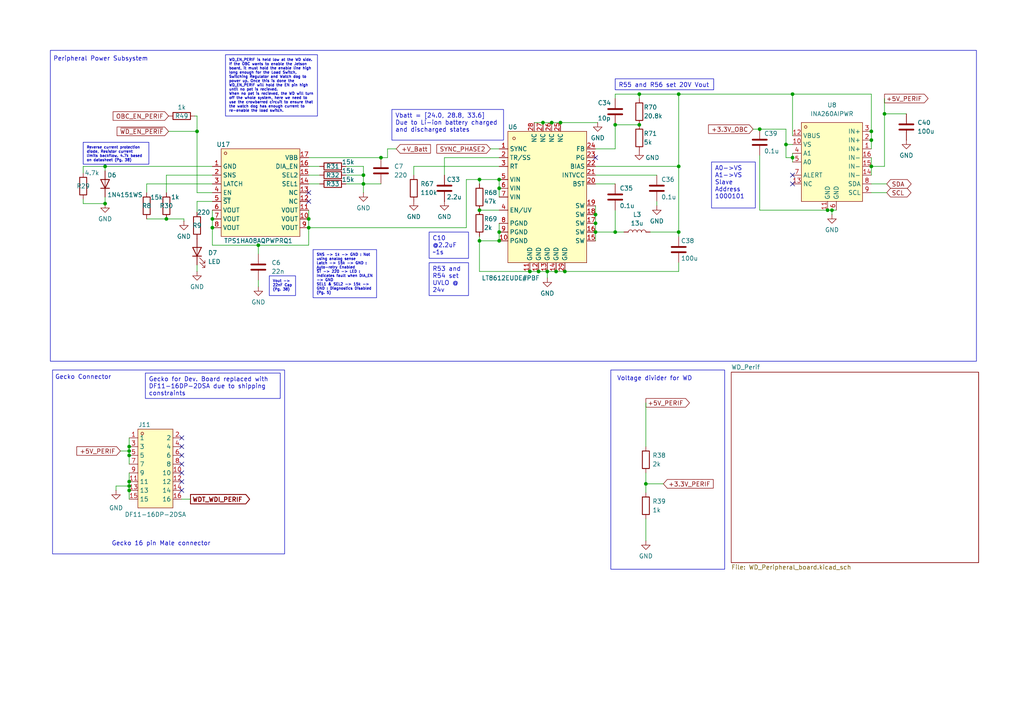
<source format=kicad_sch>
(kicad_sch (version 20250114) (generator "eeschema") (generator_version "9.0")
  (paper "A4")
  (lib_symbols
    (symbol "Connector:TestPoint" (pin_numbers (hide yes)) (pin_names (offset 0.762) (hide yes))
      (property "Reference" "TP" (at 0 6.858 0))
      (property "Value" "TestPoint" (at 0 5.08 0))
      (symbol "TestPoint_0_1"
        (circle (center 0 3.302) (radius 0.762))
      )
      (symbol "TestPoint_1_1"
        (pin passive line (at 0 0 90) (length 2.54) (name "1") (number "1"))
      )
    )
    (symbol "Device:C" (pin_numbers (hide yes)) (pin_names (offset 0.254))
      (property "Reference" "C" (at 0.635 2.54 0))
      (property "Value" "C" (at 0.635 -2.54 0))
      (symbol "C_0_1"
        (polyline (pts (xy -2.032 0.762) (xy 2.032 0.762)) (stroke (width 0.508)))
        (polyline (pts (xy -2.032 -0.762) (xy 2.032 -0.762)) (stroke (width 0.508)))
      )
      (symbol "C_1_1"
        (pin passive line (at 0 3.81 270) (length 2.794) (name "~") (number "1"))
        (pin passive line (at 0 -3.81 90) (length 2.794) (name "~") (number "2"))
      )
    )
    (symbol "Device:L" (pin_numbers (hide yes)) (pin_names (offset 1.016) (hide yes))
      (property "Reference" "L" (at -1.27 0 90))
      (property "Value" "L" (at 1.905 0 90))
      (symbol "L_0_1"
        (arc (start 0 2.54) (mid 0.6323 1.905) (end 0 1.27))
        (arc (start 0 1.27) (mid 0.6323 0.635) (end 0 0))
        (arc (start 0 0) (mid 0.6323 -0.635) (end 0 -1.27))
        (arc (start 0 -1.27) (mid 0.6323 -1.905) (end 0 -2.54))
      )
      (symbol "L_1_1"
        (pin passive line (at 0 3.81 270) (length 1.27) (name "1") (number "1"))
        (pin passive line (at 0 -3.81 90) (length 1.27) (name "2") (number "2"))
      )
    )
    (symbol "Device:LED" (pin_numbers (hide yes)) (pin_names (offset 1.016) (hide yes))
      (property "Reference" "D" (at 0 2.54 0))
      (property "Value" "LED" (at 0 -2.54 0))
      (symbol "LED_0_1"
        (polyline (pts (xy -3.048 -0.762) (xy -4.572 -2.286) (xy -3.81 -2.286) (xy -4.572 -2.286) (xy -4.572 -1.524)))
        (polyline (pts (xy -1.778 -0.762) (xy -3.302 -2.286) (xy -2.54 -2.286) (xy -3.302 -2.286) (xy -3.302 -1.524)))
        (polyline (pts (xy -1.27 0) (xy 1.27 0)))
        (polyline (pts (xy -1.27 -1.27) (xy -1.27 1.27)) (stroke (width 0.254)))
        (polyline (pts (xy 1.27 -1.27) (xy 1.27 1.27) (xy -1.27 0) (xy 1.27 -1.27)) (stroke (width 0.254)))
      )
      (symbol "LED_1_1"
        (pin passive line (at -3.81 0 0) (length 2.54) (name "K") (number "1"))
        (pin passive line (at 3.81 0 180) (length 2.54) (name "A") (number "2"))
      )
    )
    (symbol "Device:R" (pin_numbers (hide yes)) (pin_names (offset 0))
      (property "Reference" "R" (at 2.032 0 90))
      (property "Value" "R" (at 0 0 90))
      (symbol "R_0_1"
        (rectangle (start -1.016 -2.54) (end 1.016 2.54) (stroke (width 0.254)))
      )
      (symbol "R_1_1"
        (pin passive line (at 0 3.81 270) (length 1.27) (name "~") (number "1"))
        (pin passive line (at 0 -3.81 90) (length 1.27) (name "~") (number "2"))
      )
    )
    (symbol "EPS:1N4151WS" (pin_numbers (hide yes)) (pin_names (offset 1.016) (hide yes))
      (property "Reference" "D" (at 0 2.54 0))
      (property "Value" "1N4151WS" (at 0 -2.54 0))
      (symbol "1N4151WS_0_1"
        (polyline (pts (xy -1.27 1.27) (xy -1.27 -1.27)) (stroke (width 0.254)))
        (polyline (pts (xy 1.27 1.27) (xy 1.27 -1.27) (xy -1.27 0) (xy 1.27 1.27)) (stroke (width 0.254)))
        (polyline (pts (xy 1.27 0) (xy -1.27 0)))
      )
      (symbol "1N4151WS_1_1"
        (pin passive line (at -3.81 0 0) (length 2.54) (name "K") (number "1"))
        (pin passive line (at 3.81 0 180) (length 2.54) (name "A") (number "2"))
      )
    )
    (symbol "EPS:DF11-16DP-2DSA(08)"
      (property "Reference" "CN" (at 0 13.97 0))
      (property "Value" "DF11-16DP-2DSA(08)" (at 0 -13.97 0))
      (symbol "DF11-16DP-2DSA(08)_0_1"
        (rectangle (start -5.08 11.43) (end 5.08 -11.43) (fill (type background)))
        (circle (center -3.81 10.16) (radius 0.38))
        (pin unspecified line (at -7.62 8.89 0) (length 2.54) (name "1") (number "1"))
        (pin unspecified line (at -7.62 6.35 0) (length 2.54) (name "3") (number "3"))
        (pin unspecified line (at -7.62 3.81 0) (length 2.54) (name "5") (number "5"))
        (pin unspecified line (at -7.62 1.27 0) (length 2.54) (name "7") (number "7"))
        (pin unspecified line (at -7.62 -1.27 0) (length 2.54) (name "9") (number "9"))
        (pin unspecified line (at -7.62 -3.81 0) (length 2.54) (name "11") (number "11"))
        (pin unspecified line (at -7.62 -6.35 0) (length 2.54) (name "13") (number "13"))
        (pin unspecified line (at -7.62 -8.89 0) (length 2.54) (name "15") (number "15"))
        (pin unspecified line (at 7.62 8.89 180) (length 2.54) (name "2") (number "2"))
        (pin unspecified line (at 7.62 6.35 180) (length 2.54) (name "4") (number "4"))
        (pin unspecified line (at 7.62 3.81 180) (length 2.54) (name "6") (number "6"))
        (pin unspecified line (at 7.62 1.27 180) (length 2.54) (name "8") (number "8"))
        (pin unspecified line (at 7.62 -1.27 180) (length 2.54) (name "10") (number "10"))
        (pin unspecified line (at 7.62 -3.81 180) (length 2.54) (name "12") (number "12"))
        (pin unspecified line (at 7.62 -6.35 180) (length 2.54) (name "14") (number "14"))
        (pin unspecified line (at 7.62 -8.89 180) (length 2.54) (name "16") (number "16"))
      )
    )
    (symbol "EPS:INA260AIPWR"
      (property "Reference" "U" (at 0 13.97 0))
      (property "Value" "INA260AIPWR" (at 8.128 -12.954 0))
      (symbol "INA260AIPWR_0_1"
        (rectangle (start -8.89 11.43) (end 8.89 -11.43) (fill (type background)))
        (circle (center -7.62 10.16) (radius 0.38))
        (pin unspecified line (at -11.43 7.62 0) (length 2.54) (name "VBUS") (number "12"))
        (pin unspecified line (at -11.43 5.08 0) (length 2.54) (name "VS") (number "10"))
        (pin unspecified line (at -11.43 2.54 0) (length 2.54) (name "A1") (number "4"))
        (pin unspecified line (at -11.43 0 0) (length 2.54) (name "A0") (number "5"))
        (pin unspecified line (at -11.43 -3.81 0) (length 2.54) (name "ALERT") (number "7"))
        (pin unspecified line (at -11.43 -6.35 0) (length 2.54) (name "NC") (number "13"))
        (pin unspecified line (at -1.27 -13.97 90) (length 2.54) (name "GND") (number "11"))
        (pin unspecified line (at 1.27 -13.97 90) (length 2.54) (name "GND") (number "6"))
        (pin unspecified line (at 11.43 8.89 180) (length 2.54) (name "IN+") (number "3"))
        (pin unspecified line (at 11.43 6.35 180) (length 2.54) (name "IN+") (number "2"))
        (pin unspecified line (at 11.43 3.81 180) (length 2.54) (name "IN+") (number "1"))
        (pin unspecified line (at 11.43 1.27 180) (length 2.54) (name "IN-") (number "16"))
        (pin unspecified line (at 11.43 -1.27 180) (length 2.54) (name "IN-") (number "15"))
        (pin unspecified line (at 11.43 -3.81 180) (length 2.54) (name "IN-") (number "14"))
        (pin unspecified line (at 11.43 -6.35 180) (length 2.54) (name "SDA") (number "8"))
        (pin unspecified line (at 11.43 -8.89 180) (length 2.54) (name "SCL") (number "9"))
      )
    )
    (symbol "EPS:LT8612EUDE#PBF"
      (property "Reference" "U" (at -1.27 24.13 0))
      (property "Value" "LT8612EUDE#PBF" (at 0 -29.21 0))
      (symbol "LT8612EUDE#PBF_0_1"
        (rectangle (start -11.43 16.51) (end 11.43 -21.59) (fill (type background)))
        (circle (center -9.652 14.478) (radius 0.38))
        (pin unspecified line (at -13.97 11.43 0) (length 2.54) (name "SYNC") (number "1"))
        (pin unspecified line (at -13.97 8.89 0) (length 2.54) (name "TR/SS") (number "2"))
        (pin unspecified line (at -13.97 6.35 0) (length 2.54) (name "RT") (number "3"))
        (pin unspecified line (at -13.97 2.54 0) (length 2.54) (name "VIN") (number "5"))
        (pin unspecified line (at -13.97 0 0) (length 2.54) (name "VIN") (number "6"))
        (pin unspecified line (at -13.97 -2.54 0) (length 2.54) (name "VIN") (number "7"))
        (pin unspecified line (at -13.97 -6.35 0) (length 2.54) (name "EN/UV") (number "4"))
        (pin unspecified line (at -13.97 -10.16 0) (length 2.54) (name "PGND") (number "8"))
        (pin unspecified line (at -13.97 -12.7 0) (length 2.54) (name "PGND") (number "9"))
        (pin unspecified line (at -13.97 -15.24 0) (length 2.54) (name "PGND") (number "10"))
        (pin unspecified line (at -5.08 -24.13 90) (length 2.54) (name "GND") (number "11"))
        (pin unspecified line (at -3.81 19.05 270) (length 2.54) (name "NC") (number "28"))
        (pin unspecified line (at -2.54 -24.13 90) (length 2.54) (name "GND") (number "12"))
        (pin unspecified line (at -1.27 19.05 270) (length 2.54) (name "NC") (number "27"))
        (pin unspecified line (at 0 -24.13 90) (length 2.54) (name "GND") (number "13"))
        (pin unspecified line (at 1.27 19.05 270) (length 2.54) (name "NC") (number "26"))
        (pin unspecified line (at 2.54 -24.13 90) (length 2.54) (name "GND") (number "14"))
        (pin unspecified line (at 3.81 19.05 270) (length 2.54) (name "NC") (number "25"))
        (pin unspecified line (at 5.08 -24.13 90) (length 2.54) (name "GND") (number "29"))
        (pin unspecified line (at 13.97 11.43 180) (length 2.54) (name "FB") (number "24"))
        (pin unspecified line (at 13.97 8.89 180) (length 2.54) (name "PG") (number "23"))
        (pin unspecified line (at 13.97 6.35 180) (length 2.54) (name "BIAS") (number "22"))
        (pin unspecified line (at 13.97 3.81 180) (length 2.54) (name "INTVCC") (number "21"))
        (pin unspecified line (at 13.97 1.27 180) (length 2.54) (name "BST") (number "20"))
        (pin unspecified line (at 13.97 -5.08 180) (length 2.54) (name "SW") (number "19"))
        (pin unspecified line (at 13.97 -7.62 180) (length 2.54) (name "SW") (number "18"))
        (pin unspecified line (at 13.97 -10.16 180) (length 2.54) (name "SW") (number "17"))
        (pin unspecified line (at 13.97 -12.7 180) (length 2.54) (name "SW") (number "16"))
        (pin unspecified line (at 13.97 -15.24 180) (length 2.54) (name "SW") (number "15"))
      )
    )
    (symbol "EPS:TPS1HB08BQPWPRQ1"
      (property "Reference" "U" (at 0 15.24 0))
      (property "Value" "TPS1HB08BQPWPRQ1" (at 0 -15.24 0))
      (symbol "TPS1HB08BQPWPRQ1_0_1"
        (rectangle (start -11.43 12.7) (end 11.43 -12.7) (fill (type background)))
        (circle (center -10.16 11.43) (radius 0.38))
        (pin unspecified line (at -13.97 7.62 0) (length 2.54) (name "GND") (number "1"))
        (pin unspecified line (at -13.97 5.08 0) (length 2.54) (name "SNS") (number "2"))
        (pin unspecified line (at -13.97 2.54 0) (length 2.54) (name "LATCH") (number "3"))
        (pin unspecified line (at -13.97 0 0) (length 2.54) (name "EN") (number "4"))
        (pin unspecified line (at -13.97 -5.08 0) (length 2.54) (name "VOUT") (number "6"))
        (pin unspecified line (at -13.97 -7.62 0) (length 2.54) (name "VOUT") (number "7"))
        (pin unspecified line (at -13.97 -10.16 0) (length 2.54) (name "VOUT") (number "8"))
        (pin unspecified line (at 13.97 10.16 180) (length 2.54) (name "VBB") (number "17"))
        (pin unspecified line (at 13.97 7.62 180) (length 2.54) (name "DIA_EN") (number "16"))
        (pin unspecified line (at 13.97 2.54 180) (length 2.54) (name "SEL1") (number "14"))
        (pin unspecified line (at 13.97 0 180) (length 2.54) (name "NC") (number "13"))
        (pin unspecified line (at 13.97 -2.54 180) (length 2.54) (name "NC") (number "12"))
        (pin unspecified line (at 13.97 -5.08 180) (length 2.54) (name "VOUT") (number "11"))
        (pin unspecified line (at 13.97 -7.62 180) (length 2.54) (name "VOUT") (number "10"))
        (pin unspecified line (at 13.97 -10.16 180) (length 2.54) (name "VOUT") (number "9"))
      )
      (symbol "TPS1HB08BQPWPRQ1_1_1"
        (pin unspecified line (at -13.97 -2.54 0) (length 2.54) (name "~{ST}") (number "5"))
        (pin unspecified line (at 13.97 5.08 180) (length 2.54) (name "SEL2") (number "15"))
      )
    )
    (symbol "power:GND" (power) (pin_numbers (hide yes)) (pin_names (offset 0) (hide yes))
      (property "Value" "GND" (at 0 -3.81 0))
      (symbol "GND_0_1"
        (polyline (pts (xy 0 0) (xy 0 -1.27) (xy 1.27 -1.27) (xy 0 -2.54) (xy -1.27 -1.27) (xy 0 -1.27)))
      )
      (symbol "GND_1_1"
        (pin power_in line (at 0 0 270) (length 0) (name "~") (number "1"))
      )
    )
  )
  (rectangle (start 14.605 14.605) (end 283.21 104.775))
  (rectangle (start 15.24 107.315) (end 82.55 160.655))
  (rectangle (start 177.165 107.315) (end 210.185 165.1))
  (text "Peripheral Power Subsystem" (at 29.21 17.145 0) (effects (font (size 1.27 1.27))))
  (text "Voltage divider for WD" (at 189.865 109.855 0) (effects (font (size 1.27 1.27))))
  (text "Gecko 16 pin Male connector" (at 46.736 157.734 0) (effects (font (size 1.27 1.27))))
  (text "Gecko Connector" (at 24.13 109.474 0) (effects (font (size 1.27 1.27))))
  (text_box "Vout -> 22nF Cap\n(Pg. 38)" (at 78.105 80.01 0) (size 7.62 5.715) (margins 0.9525 0.9525 0.9525 0.9525) (effects (font (size 0.762 0.762)) (justify left top)))
  (text_box "R55 and R56 set 20V Vout" (at 178.435 22.86 0) (size 28.575 3.175) (margins 0.9525 0.9525 0.9525 0.9525) (effects (font (size 1.27 1.27)) (justify left top)))
  (text_box "Reverse current protection diode, Resistor current limits backflow. 4.7k based on datasheet (Pg. 38) " (at 24.13 41.275 0) (size 19.05 6.35) (margins 0.9525 0.9525 0.9525 0.9525) (effects (font (size 0.762 0.762)) (justify left top)))
  (text_box "WD_EN_PERIF is held low at the WD side. If the OBC wants to enable the Jetson board, it must hold the enable line high long enough for the Load Switch, Switching Regulator and Watch dog to power up. Once this is done the WD_EN_PERIF will hold the EN pin high until no pet is recieved.\nWhen no pet is recieved, the WD will turn off the whole system, here we need to use the crowbarred circuit to ensure that the watch dog has enough current to re-enable the load switch." (at 65.405 15.875 0) (size 26.67 17.78) (margins 0.9525 0.9525 0.9525 0.9525) (effects (font (size 0.762 0.762)) (justify left top)))
  (text_box "A0->VS\nA1->VS\nSlave Address\n1000101" (at 206.375 46.99 0) (size 12.7 13.335) (margins 0.9525 0.9525 0.9525 0.9525) (effects (font (size 1.27 1.27)) (justify left top)))
  (text_box "R53 and R54 set UVLO @ 24v" (at 124.46 76.2 0) (size 11.43 9.525) (margins 0.9525 0.9525 0.9525 0.9525) (effects (font (size 1.27 1.27)) (justify left top)))
  (text_box "Gecko for Dev. Board replaced with DF11-16DP-2DSA due to shipping constraints" (at 42.164 108.204 0) (size 39.116 7.366) (margins 0.9525 0.9525 0.9525 0.9525) (effects (font (size 1.27 1.27)) (justify left top)))
  (text_box "SNS -> 1k -> GND : Not using analog sense\nLatch -> 15k -> GND : Auto-retry Enabled\n~{ST} -> 220 -> LED : Indicates fault when DIA_EN -> GND\nSEL1 & SEL2 -> 15k -> GND : Diagnostics Disabled\n(Pg. 5)" (at 90.805 72.39 0) (size 18.415 13.97) (margins 0.9525 0.9525 0.9525 0.9525) (effects (font (size 0.762 0.762)) (justify left top)))
  (text_box "Vbatt = [24.0, 28.8, 33.6] Due to Li-ion battery charged and discharged states" (at 113.665 31.75 0) (size 32.385 8.89) (margins 0.9525 0.9525 0.9525 0.9525) (effects (font (size 1.27 1.27)) (justify left top)))
  (text_box "C10 @2.2uF ~1s" (at 124.46 67.31 0) (size 11.43 7.62) (margins 0.9525 0.9525 0.9525 0.9525) (effects (font (size 1.27 1.27)) (justify left top)))
  (junction (at 144.78 54.61))
  (junction (at 105.41 53.34))
  (junction (at 144.78 52.07))
  (junction (at 37.465 130.81))
  (junction (at 61.595 63.5))
  (junction (at 163.83 78.74))
  (junction (at 89.535 63.5))
  (junction (at 252.73 48.26))
  (junction (at 160.02 35.56))
  (junction (at 241.3 60.96))
  (junction (at 48.26 63.5))
  (junction (at 229.87 45.72))
  (junction (at 139.065 69.85))
  (junction (at 89.535 66.04))
  (junction (at 196.85 48.26))
  (junction (at 252.73 38.1))
  (junction (at 157.48 35.56))
  (junction (at 37.465 142.24))
  (junction (at 185.42 36.195))
  (junction (at 256.54 33.02))
  (junction (at 229.87 27.305))
  (junction (at 139.065 60.96))
  (junction (at 220.345 37.465))
  (junction (at 187.325 140.335))
  (junction (at 74.93 71.12))
  (junction (at 172.72 62.23))
  (junction (at 172.72 64.77))
  (junction (at 161.29 78.74))
  (junction (at 144.78 69.85))
  (junction (at 110.49 45.72))
  (junction (at 162.56 35.56))
  (junction (at 178.435 36.195))
  (junction (at 196.85 67.31))
  (junction (at 158.75 78.74))
  (junction (at 30.48 48.26))
  (junction (at 37.465 132.08))
  (junction (at 139.065 52.07))
  (junction (at 30.48 59.055))
  (junction (at 105.41 50.8))
  (junction (at 172.72 67.31))
  (junction (at 252.73 40.64))
  (junction (at 37.465 129.54))
  (junction (at 185.42 27.305))
  (junction (at 144.78 67.31))
  (junction (at 37.465 139.7))
  (junction (at 156.21 78.74))
  (junction (at 61.595 66.04))
  (junction (at 37.465 140.97))
  (junction (at 178.435 67.31))
  (junction (at 196.85 27.305))
  (junction (at 57.15 38.1))
  (junction (at 153.67 78.74))
  (junction (at 240.03 60.96))
  (junction (at 227.965 41.91))
  (no_connect (at 172.72 45.72))
  (no_connect (at 89.535 58.42))
  (no_connect (at 229.87 53.34))
  (no_connect (at 52.705 129.54))
  (no_connect (at 52.705 127))
  (no_connect (at 52.705 142.24))
  (no_connect (at 52.705 132.08))
  (no_connect (at 229.87 50.8))
  (no_connect (at 52.705 137.16))
  (no_connect (at 89.535 55.88))
  (no_connect (at 52.705 139.7))
  (no_connect (at 52.705 134.62))
  (wire (pts (xy 74.93 81.28) (xy 74.93 83.185)))
  (wire (pts (xy 229.87 39.37) (xy 229.87 27.305)))
  (wire (pts (xy 227.965 37.465) (xy 227.965 41.91)))
  (wire (pts (xy 192.405 140.335) (xy 187.325 140.335)))
  (wire (pts (xy 61.595 55.88) (xy 57.15 55.88)))
  (wire (pts (xy 153.67 78.74) (xy 156.21 78.74)))
  (wire (pts (xy 256.54 33.02) (xy 262.89 33.02)))
  (wire (pts (xy 139.065 68.58) (xy 139.065 69.85)))
  (wire (pts (xy 57.15 61.595) (xy 57.15 58.42)))
  (wire (pts (xy 48.26 50.8) (xy 48.26 55.88)))
  (wire (pts (xy 241.3 60.96) (xy 242.57 60.96)))
  (wire (pts (xy 142.24 43.18) (xy 144.78 43.18)))
  (wire (pts (xy 57.15 76.835) (xy 57.15 78.74)))
  (wire (pts (xy 105.41 48.26) (xy 105.41 50.8)))
  (wire (pts (xy 229.87 27.305) (xy 252.73 27.305)))
  (wire (pts (xy 172.72 67.31) (xy 172.72 69.85)))
  (wire (pts (xy 220.345 60.96) (xy 240.03 60.96)))
  (wire (pts (xy 128.905 45.72) (xy 128.905 50.8)))
  (wire (pts (xy 139.065 60.96) (xy 144.78 60.96)))
  (wire (pts (xy 37.465 127) (xy 37.465 129.54)))
  (wire (pts (xy 227.965 45.72) (xy 229.87 45.72)))
  (wire (pts (xy 240.03 60.96) (xy 241.3 60.96)))
  (wire (pts (xy 34.925 130.81) (xy 37.465 130.81)))
  (wire (pts (xy 56.515 33.655) (xy 57.15 33.655)))
  (wire (pts (xy 190.5 58.42) (xy 190.5 59.69)))
  (wire (pts (xy 178.435 36.195) (xy 178.435 43.18)))
  (wire (pts (xy 252.73 45.72) (xy 252.73 48.26)))
  (wire (pts (xy 61.595 60.96) (xy 61.595 63.5)))
  (wire (pts (xy 42.545 53.34) (xy 42.545 55.88)))
  (wire (pts (xy 161.29 78.74) (xy 163.83 78.74)))
  (wire (pts (xy 158.75 78.74) (xy 158.75 80.645)))
  (wire (pts (xy 100.33 48.26) (xy 105.41 48.26)))
  (wire (pts (xy 33.655 142.24) (xy 33.655 140.97)))
  (wire (pts (xy 187.325 116.84) (xy 187.325 129.54)))
  (wire (pts (xy 196.85 67.31) (xy 196.85 68.58)))
  (wire (pts (xy 227.965 41.91) (xy 227.965 45.72)))
  (wire (pts (xy 112.395 45.72) (xy 110.49 45.72)))
  (wire (pts (xy 89.535 63.5) (xy 89.535 66.04)))
  (wire (pts (xy 144.78 64.77) (xy 144.78 67.31)))
  (wire (pts (xy 74.93 71.12) (xy 74.93 73.66)))
  (wire (pts (xy 48.26 63.5) (xy 53.34 63.5)))
  (wire (pts (xy 105.41 53.34) (xy 110.49 53.34)))
  (wire (pts (xy 160.02 35.56) (xy 162.56 35.56)))
  (wire (pts (xy 196.85 27.305) (xy 196.85 48.26)))
  (wire (pts (xy 120.015 48.26) (xy 120.015 50.8)))
  (wire (pts (xy 61.595 63.5) (xy 61.595 66.04)))
  (wire (pts (xy 178.435 67.31) (xy 178.435 60.96)))
  (wire (pts (xy 178.435 27.305) (xy 178.435 28.575)))
  (wire (pts (xy 144.78 67.31) (xy 144.78 69.85)))
  (wire (pts (xy 33.655 140.97) (xy 37.465 140.97)))
  (wire (pts (xy 42.545 63.5) (xy 48.26 63.5)))
  (wire (pts (xy 163.83 78.74) (xy 196.85 78.74)))
  (wire (pts (xy 252.73 27.305) (xy 252.73 38.1)))
  (wire (pts (xy 61.595 71.12) (xy 74.93 71.12)))
  (wire (pts (xy 220.345 45.085) (xy 220.345 60.96)))
  (wire (pts (xy 89.535 45.72) (xy 110.49 45.72)))
  (wire (pts (xy 112.395 43.18) (xy 114.935 43.18)))
  (wire (pts (xy 172.72 67.31) (xy 178.435 67.31)))
  (wire (pts (xy 37.465 137.16) (xy 37.465 139.7)))
  (wire (pts (xy 139.065 78.74) (xy 153.67 78.74)))
  (wire (pts (xy 252.73 38.1) (xy 252.73 40.64)))
  (wire (pts (xy 172.72 62.23) (xy 172.72 64.77)))
  (wire (pts (xy 252.73 53.34) (xy 257.175 53.34)))
  (wire (pts (xy 154.94 35.56) (xy 157.48 35.56)))
  (wire (pts (xy 256.54 48.26) (xy 252.73 48.26)))
  (wire (pts (xy 172.72 48.26) (xy 196.85 48.26)))
  (wire (pts (xy 37.465 142.24) (xy 37.465 144.78)))
  (wire (pts (xy 178.435 67.31) (xy 180.975 67.31)))
  (wire (pts (xy 100.33 53.34) (xy 105.41 53.34)))
  (wire (pts (xy 57.15 33.655) (xy 57.15 38.1)))
  (wire (pts (xy 178.435 43.18) (xy 172.72 43.18)))
  (wire (pts (xy 112.395 43.18) (xy 112.395 45.72)))
  (wire (pts (xy 24.13 59.055) (xy 30.48 59.055)))
  (wire (pts (xy 172.72 50.8) (xy 190.5 50.8)))
  (wire (pts (xy 187.325 140.335) (xy 187.325 142.875)))
  (wire (pts (xy 52.705 144.78) (xy 55.245 144.78)))
  (wire (pts (xy 61.595 53.34) (xy 42.545 53.34)))
  (wire (pts (xy 156.21 78.74) (xy 158.75 78.74)))
  (wire (pts (xy 196.85 78.74) (xy 196.85 76.2)))
  (wire (pts (xy 256.54 33.02) (xy 256.54 48.26)))
  (wire (pts (xy 229.87 44.45) (xy 229.87 45.72)))
  (wire (pts (xy 196.85 27.305) (xy 229.87 27.305)))
  (wire (pts (xy 89.535 50.8) (xy 92.71 50.8)))
  (wire (pts (xy 139.065 69.85) (xy 144.78 69.85)))
  (wire (pts (xy 135.255 52.07) (xy 139.065 52.07)))
  (wire (pts (xy 157.48 35.56) (xy 160.02 35.56)))
  (wire (pts (xy 185.42 27.305) (xy 185.42 28.575)))
  (wire (pts (xy 187.325 150.495) (xy 187.325 156.845)))
  (wire (pts (xy 144.78 54.61) (xy 144.78 57.15)))
  (wire (pts (xy 74.93 71.12) (xy 89.535 71.12)))
  (wire (pts (xy 120.015 48.26) (xy 144.78 48.26)))
  (wire (pts (xy 37.465 140.97) (xy 37.465 142.24)))
  (wire (pts (xy 172.72 59.69) (xy 172.72 62.23)))
  (wire (pts (xy 187.325 137.16) (xy 187.325 140.335)))
  (wire (pts (xy 144.78 45.72) (xy 128.905 45.72)))
  (wire (pts (xy 89.535 71.12) (xy 89.535 66.04)))
  (wire (pts (xy 252.73 55.88) (xy 257.175 55.88)))
  (wire (pts (xy 57.15 58.42) (xy 61.595 58.42)))
  (wire (pts (xy 24.13 48.26) (xy 30.48 48.26)))
  (wire (pts (xy 139.065 52.07) (xy 144.78 52.07)))
  (wire (pts (xy 229.87 45.72) (xy 229.87 46.99)))
  (wire (pts (xy 30.48 48.26) (xy 30.48 49.53)))
  (wire (pts (xy 188.595 67.31) (xy 196.85 67.31)))
  (wire (pts (xy 218.44 37.465) (xy 220.345 37.465)))
  (wire (pts (xy 61.595 66.04) (xy 61.595 71.12)))
  (wire (pts (xy 37.465 132.08) (xy 37.465 134.62)))
  (wire (pts (xy 172.72 64.77) (xy 172.72 67.31)))
  (wire (pts (xy 220.345 37.465) (xy 227.965 37.465)))
  (wire (pts (xy 24.13 50.165) (xy 24.13 48.26)))
  (wire (pts (xy 139.065 53.34) (xy 139.065 52.07)))
  (wire (pts (xy 144.78 52.07) (xy 144.78 54.61)))
  (wire (pts (xy 105.41 50.8) (xy 105.41 53.34)))
  (wire (pts (xy 256.54 28.575) (xy 256.54 33.02)))
  (wire (pts (xy 196.85 27.305) (xy 185.42 27.305)))
  (wire (pts (xy 105.41 53.34) (xy 105.41 55.88)))
  (wire (pts (xy 135.255 66.04) (xy 135.255 52.07)))
  (wire (pts (xy 37.465 129.54) (xy 37.465 130.81)))
  (wire (pts (xy 57.15 38.1) (xy 57.15 55.88)))
  (wire (pts (xy 89.535 60.96) (xy 89.535 63.5)))
  (wire (pts (xy 185.42 27.305) (xy 178.435 27.305)))
  (wire (pts (xy 30.48 48.26) (xy 61.595 48.26)))
  (wire (pts (xy 37.465 139.7) (xy 37.465 140.97)))
  (wire (pts (xy 139.065 69.85) (xy 139.065 78.74)))
  (wire (pts (xy 53.34 63.5) (xy 53.34 64.135)))
  (wire (pts (xy 89.535 48.26) (xy 92.71 48.26)))
  (wire (pts (xy 37.465 130.81) (xy 37.465 132.08)))
  (wire (pts (xy 24.13 57.785) (xy 24.13 59.055)))
  (wire (pts (xy 227.965 41.91) (xy 229.87 41.91)))
  (wire (pts (xy 48.895 38.1) (xy 57.15 38.1)))
  (wire (pts (xy 252.73 40.64) (xy 252.73 43.18)))
  (wire (pts (xy 30.48 57.15) (xy 30.48 59.055)))
  (wire (pts (xy 89.535 66.04) (xy 135.255 66.04)))
  (wire (pts (xy 158.75 78.74) (xy 161.29 78.74)))
  (wire (pts (xy 48.26 50.8) (xy 61.595 50.8)))
  (wire (pts (xy 100.33 50.8) (xy 105.41 50.8)))
  (wire (pts (xy 185.42 36.195) (xy 178.435 36.195)))
  (wire (pts (xy 172.72 53.34) (xy 178.435 53.34)))
  (wire (pts (xy 162.56 35.56) (xy 173.355 35.56)))
  (wire (pts (xy 89.535 53.34) (xy 92.71 53.34)))
  (wire (pts (xy 196.85 48.26) (xy 196.85 67.31)))
  (wire (pts (xy 252.73 48.26) (xy 252.73 50.8)))
  (wire (pts (xy 241.3 60.96) (xy 241.3 62.23)))
  (global_label "SYNC_PHASE2" (shape input) (at 142.24 43.18 180) (property "Intersheetrefs" "${INTERSHEET_REFS}" (effects (hide yes))))
  (global_label "~{WD_EN_PERIF}" (shape input) (at 48.895 38.1 180) (property "Intersheetrefs" "${INTERSHEET_REFS}" (effects (hide yes))))
  (global_label "+3.3V_PERIF" (shape input) (at 192.405 140.335 0) (property "Intersheetrefs" "${INTERSHEET_REFS}" (effects (hide yes))))
  (global_label "SCL" (shape bidirectional) (at 257.175 55.88 0) (property "Intersheetrefs" "${INTERSHEET_REFS}" (effects (hide yes))))
  (global_label "SDA" (shape bidirectional) (at 257.175 53.34 0) (property "Intersheetrefs" "${INTERSHEET_REFS}" (effects (hide yes))))
  (global_label "WDT_WDI_PERIF" (shape output) (at 55.245 144.78 0) (effects (font (thickness 0.254) (bold yes))) (property "Intersheetrefs" "${INTERSHEET_REFS}" (effects (hide yes))))
  (global_label "OBC_EN_PERIF" (shape input) (at 48.895 33.655 180) (property "Intersheetrefs" "${INTERSHEET_REFS}" (effects (hide yes))))
  (global_label "+3.3V_OBC" (shape input) (at 218.44 37.465 180) (property "Intersheetrefs" "${INTERSHEET_REFS}" (effects (hide yes))))
  (global_label "+5V_PERIF" (shape output) (at 256.54 28.575 0) (property "Intersheetrefs" "${INTERSHEET_REFS}" (effects (hide yes))))
  (global_label "+5V_PERIF" (shape output) (at 187.325 116.84 0) (property "Intersheetrefs" "${INTERSHEET_REFS}" (effects (hide yes))))
  (global_label "+5V_PERIF" (shape input) (at 34.925 130.81 180) (property "Intersheetrefs" "${INTERSHEET_REFS}" (effects (hide yes))))
  (global_label "+V_Batt" (shape input) (at 114.935 43.18 0) (property "Intersheetrefs" "${INTERSHEET_REFS}" (effects (hide yes))))
  (symbol (lib_id "Device:L") (at 184.785 67.31 90) (unit 1)
    (property "Reference" "L3" (at 184.785 62.23 90))
    (property "Value" "13u" (at 184.785 64.77 90))
    (property "Description" "Inductor" (effects (hide yes)))
  )
  (symbol (lib_id "Device:R") (at 48.26 59.69 180) (unit 1)
    (property "Reference" "R30" (at 48.26 59.69 0))
    (property "Value" "1k" (at 50.8 57.15 0))
    (property "Description" "Resistor" (effects (hide yes)))
  )
  (symbol (lib_id "Device:R") (at 187.325 146.685 0) (unit 1)
    (property "Reference" "R39" (at 189.23 145.4149 0) (effects (justify left)))
    (property "Value" "1k" (at 189.23 147.9549 0) (effects (justify left)))
    (property "Description" "Resistor" (effects (hide yes)))
  )
  (symbol (lib_id "EPS:INA260AIPWR") (at 241.3 46.99 0) (unit 1)
    (property "Reference" "U8" (at 241.3 30.48 0))
    (property "Value" "INA260AIPWR" (at 241.3 33.02 0))
    (property "Footprint" "EPS:TSSOP-16_L5.0-W4.4-P0.65-LS6.4-BL-1" (effects (hide yes)))
    (property "Datasheet" "https://www.ti.com/lit/ds/symlink/ina260.pdf?ts=1748375218606&ref_url=https%253A%252F%252Fwww.google.com%252F" (effects (hide yes)))
    (property "Description" "Precision Digital Current and Power Monitor With Low-Drift, Precision Integrated Shunt" (effects (hide yes)))
    (property "LCSC Part" "C2155885" (effects (hide yes)))
  )
  (symbol (lib_id "Device:R") (at 96.52 53.34 90) (unit 1)
    (property "Reference" "R33" (at 96.52 53.34 90))
    (property "Value" "15k" (at 100.965 52.07 90))
    (property "Description" "Resistor" (effects (hide yes)))
  )
  (symbol (lib_id "EPS:1N4151WS") (at 30.48 53.34 90) (unit 1)
    (property "Reference" "D6" (at 31.115 50.8 90) (effects (justify right)))
    (property "Value" "1N4151WS" (at 31.115 56.515 90) (effects (justify right)))
    (property "Datasheet" "https://www.vishay.com/docs/85412/1n4151wsg.pdf" (effects (hide yes)))
    (property "Description" "Diode" (effects (hide yes)))
    (property "Sim.Device" "D" (effects (hide yes)))
    (property "Sim.Pins" "1=K 2=A" (effects (hide yes)))
  )
  (symbol (lib_id "power:GND") (at 262.89 40.64 0) (unit 1)
    (property "Reference" "#PWR063" (effects (hide yes)))
    (property "Value" "GND" (at 262.89 45.085 0))
    (property "Description" "Power symbol creates a global label with name \"GND\" , ground" (effects (hide yes)))
  )
  (symbol (lib_id "Device:LED") (at 57.15 73.025 90) (unit 1)
    (property "Reference" "D7" (at 60.325 73.3424 90) (effects (justify right)))
    (property "Value" "LED" (at 60.325 75.8824 90) (effects (justify right)))
    (property "Description" "Light emitting diode" (effects (hide yes)))
    (property "Sim.Pins" "1=K 2=A" (effects (hide yes)))
  )
  (symbol (lib_id "EPS:TPS1HB08BQPWPRQ1") (at 75.565 55.88 0) (unit 1)
    (property "Reference" "U17" (at 64.77 41.91 0))
    (property "Value" "TPS1HA08AQPWPRQ1" (at 74.93 69.85 0))
    (property "Footprint" "EPS:HTSSOP-16_L5.0-W4.4-P0.65-LS6.4-TL-EP2.9" (effects (hide yes)))
    (property "Datasheet" "https://www.ti.com/lit/ds/symlink/tps1ha08-q1.pdf?ts=1748448912035&ref_url=https%253A%252F%252Fwww.ti.com%252Fproduct%252FTPS1HA08-Q1" (effects (hide yes)))
    (property "Description" "40-V, 8-mΩ Single-Channel Smart High-Side Switch" (effects (hide yes)))
    (property "LCSC Part" "C3230075" (effects (hide yes)))
  )
  (symbol (lib_id "Device:R") (at 52.705 33.655 90) (unit 1)
    (property "Reference" "R49" (at 52.705 33.655 90))
    (property "Value" "1k" (at 52.705 31.115 90))
    (property "Description" "Resistor" (effects (hide yes)))
  )
  (symbol (lib_id "power:GND") (at 185.42 43.815 0) (unit 1)
    (property "Reference" "#PWR060" (effects (hide yes)))
    (property "Value" "GND" (at 189.23 45.72 0))
    (property "Description" "Power symbol creates a global label with name \"GND\" , ground" (effects (hide yes)))
  )
  (symbol (lib_id "Device:C") (at 190.5 54.61 0) (unit 1)
    (property "Reference" "C36" (at 191.77 52.07 0) (effects (justify left)))
    (property "Value" "0.1u" (at 191.77 57.15 0) (effects (justify left)))
    (property "Description" "Unpolarized capacitor" (effects (hide yes)))
  )
  (symbol (lib_id "EPS:LT8612EUDE#PBF") (at 158.75 54.61 0) (unit 1)
    (property "Reference" "U6" (at 147.32 36.83 0) (effects (justify left)))
    (property "Value" "LT8612EUDE#PBF" (at 139.7 80.645 0) (effects (justify left)))
    (property "Footprint" "EPS:QFN-28_L6.0-W3.0-P0.50-BL-EP" (effects (hide yes)))
    (property "Datasheet" "https://jlcpcb.com/api/file/downloadByFileSystemAccessId/8589836477510287360" (effects (hide yes)))
    (property "Description" "42V, 6A, Step Down Regulator" (effects (hide yes)))
    (property "LCSC Part" "C580312" (effects (hide yes)))
  )
  (symbol (lib_id "Device:R") (at 187.325 133.35 0) (unit 1)
    (property "Reference" "R38" (at 189.23 132.0799 0) (effects (justify left)))
    (property "Value" "2k" (at 189.23 134.6199 0) (effects (justify left)))
    (property "Description" "Resistor" (effects (hide yes)))
  )
  (symbol (lib_id "Device:C") (at 128.905 54.61 0) (unit 1)
    (property "Reference" "C33" (at 129.54 52.07 0) (effects (justify left)))
    (property "Value" "2.2u" (at 129.54 57.15 0) (effects (justify left)))
    (property "Description" "Unpolarized capacitor" (effects (hide yes)))
  )
  (symbol (lib_id "Device:C") (at 178.435 57.15 0) (unit 1)
    (property "Reference" "C35" (at 179.705 54.61 0) (effects (justify left)))
    (property "Value" "0.1u" (at 179.705 59.69 0) (effects (justify left)))
    (property "Description" "Unpolarized capacitor" (effects (hide yes)))
  )
  (symbol (lib_id "Device:R") (at 120.015 54.61 0) (unit 1)
    (property "Reference" "R67" (at 121.92 53.3399 0) (effects (justify left)))
    (property "Value" "110k" (at 121.92 55.8799 0) (effects (justify left)))
    (property "Description" "Resistor" (effects (hide yes)))
  )
  (symbol (lib_id "power:GND") (at 120.015 58.42 0) (unit 1)
    (property "Reference" "#PWR056" (effects (hide yes)))
    (property "Value" "GND" (at 120.015 62.865 0))
    (property "Description" "Power symbol creates a global label with name \"GND\" , ground" (effects (hide yes)))
  )
  (symbol (lib_id "Device:R") (at 139.065 57.15 0) (unit 1)
    (property "Reference" "R68" (at 140.335 55.88 0) (effects (justify left)))
    (property "Value" "47k" (at 140.335 58.42 0) (effects (justify left)))
    (property "Description" "Resistor" (effects (hide yes)))
  )
  (symbol (lib_id "power:GND") (at 128.905 58.42 0) (unit 1)
    (property "Reference" "#PWR057" (effects (hide yes)))
    (property "Value" "GND" (at 128.905 62.865 0))
    (property "Description" "Power symbol creates a global label with name \"GND\" , ground" (effects (hide yes)))
  )
  (symbol (lib_id "Device:R") (at 185.42 32.385 0) (unit 1)
    (property "Reference" "R70" (at 186.69 31.115 0) (effects (justify left)))
    (property "Value" "20.8k" (at 186.69 33.655 0) (effects (justify left)))
    (property "Description" "Resistor" (effects (hide yes)))
  )
  (symbol (lib_id "Device:C") (at 110.49 49.53 0) (unit 1)
    (property "Reference" "C7" (at 114.3 48.2599 0) (effects (justify left)))
    (property "Value" "220" (at 114.3 50.7999 0) (effects (justify left)))
    (property "Description" "Unpolarized capacitor" (effects (hide yes)))
  )
  (symbol (lib_id "power:GND") (at 241.3 62.23 0) (unit 1)
    (property "Reference" "#PWR062" (effects (hide yes)))
    (property "Value" "GND" (at 241.3 66.675 0))
    (property "Description" "Power symbol creates a global label with name \"GND\" , ground" (effects (hide yes)))
  )
  (symbol (lib_id "power:GND") (at 190.5 59.69 0) (unit 1)
    (property "Reference" "#PWR061" (effects (hide yes)))
    (property "Value" "GND" (at 190.5 64.135 0))
    (property "Description" "Power symbol creates a global label with name \"GND\" , ground" (effects (hide yes)))
  )
  (symbol (lib_id "power:GND") (at 57.15 78.74 0) (unit 1)
    (property "Reference" "#PWR013" (effects (hide yes)))
    (property "Value" "GND" (at 57.15 83.185 0))
    (property "Description" "Power symbol creates a global label with name \"GND\" , ground" (effects (hide yes)))
  )
  (symbol (lib_id "power:GND") (at 53.34 64.135 0) (unit 1)
    (property "Reference" "#PWR012" (effects (hide yes)))
    (property "Value" "GND" (at 53.34 68.58 0))
    (property "Description" "Power symbol creates a global label with name \"GND\" , ground" (effects (hide yes)))
  )
  (symbol (lib_id "power:GND") (at 173.355 35.56 0) (unit 1)
    (property "Reference" "#PWR059" (effects (hide yes)))
    (property "Value" "GND" (at 173.355 40.005 0))
    (property "Description" "Power symbol creates a global label with name \"GND\" , ground" (effects (hide yes)))
  )
  (symbol (lib_id "power:GND") (at 33.655 142.24 0) (unit 1)
    (property "Reference" "#PWR031" (effects (hide yes)))
    (property "Value" "GND" (at 33.655 147.32 0))
    (property "Description" "Power symbol creates a global label with name \"GND\" , ground" (effects (hide yes)))
  )
  (symbol (lib_id "Device:R") (at 24.13 53.975 180) (unit 1)
    (property "Reference" "R29" (at 24.13 53.975 0))
    (property "Value" "4.7k" (at 26.67 50.165 0))
    (property "Description" "Resistor" (effects (hide yes)))
  )
  (symbol (lib_id "Device:C") (at 178.435 32.385 0) (unit 1)
    (property "Reference" "C34" (at 173.355 29.845 0) (effects (justify left)))
    (property "Value" "10p" (at 173.355 34.29 0) (effects (justify left)))
    (property "Description" "Unpolarized capacitor" (effects (hide yes)))
  )
  (symbol (lib_id "power:GND") (at 105.41 55.88 0) (unit 1)
    (property "Reference" "#PWR015" (effects (hide yes)))
    (property "Value" "GND" (at 105.41 60.325 0))
    (property "Description" "Power symbol creates a global label with name \"GND\" , ground" (effects (hide yes)))
  )
  (symbol (lib_id "power:GND") (at 30.48 59.055 0) (unit 1)
    (property "Reference" "#PWR011" (effects (hide yes)))
    (property "Value" "GND" (at 30.48 63.5 0))
    (property "Description" "Power symbol creates a global label with name \"GND\" , ground" (effects (hide yes)))
  )
  (symbol (lib_id "Device:R") (at 185.42 40.005 0) (unit 1)
    (property "Reference" "R71" (at 186.69 38.735 0) (effects (justify left)))
    (property "Value" "5k" (at 186.69 41.275 0) (effects (justify left)))
    (property "Description" "Resistor" (effects (hide yes)))
  )
  (symbol (lib_id "Device:R") (at 96.52 50.8 90) (unit 1)
    (property "Reference" "R32" (at 96.52 50.8 90))
    (property "Value" "15k" (at 100.965 49.53 90))
    (property "Description" "Resistor" (effects (hide yes)))
  )
  (symbol (lib_id "power:GND") (at 74.93 83.185 0) (unit 1)
    (property "Reference" "#PWR014" (effects (hide yes)))
    (property "Value" "GND" (at 74.93 87.63 0))
    (property "Description" "Power symbol creates a global label with name \"GND\" , ground" (effects (hide yes)))
  )
  (symbol (lib_id "Device:R") (at 96.52 48.26 90) (unit 1)
    (property "Reference" "R31" (at 96.52 48.26 90))
    (property "Value" "15k" (at 100.965 46.99 90))
    (property "Description" "Resistor" (effects (hide yes)))
  )
  (symbol (lib_id "Device:C") (at 262.89 36.83 0) (unit 1)
    (property "Reference" "C40" (at 266.065 35.5599 0) (effects (justify left)))
    (property "Value" "100u" (at 266.065 38.0999 0) (effects (justify left)))
    (property "Description" "Unpolarized capacitor" (effects (hide yes)))
  )
  (symbol (lib_id "Device:R") (at 139.065 64.77 0) (unit 1)
    (property "Reference" "R69" (at 140.335 63.5 0) (effects (justify left)))
    (property "Value" "2k" (at 140.335 66.04 0) (effects (justify left)))
    (property "Description" "Resistor" (effects (hide yes)))
  )
  (symbol (lib_id "Device:C") (at 220.345 41.275 0) (unit 1)
    (property "Reference" "C39" (at 221.615 38.735 0) (effects (justify left)))
    (property "Value" "0.1u" (at 221.615 43.815 0) (effects (justify left)))
    (property "Description" "Unpolarized capacitor" (effects (hide yes)))
  )
  (symbol (lib_id "Device:R") (at 42.545 59.69 180) (unit 1)
    (property "Reference" "R8" (at 42.545 59.69 0))
    (property "Value" "15k" (at 45.4033 57.242 0))
    (property "Description" "Resistor" (effects (hide yes)))
  )
  (symbol (lib_id "Device:R") (at 57.15 65.405 180) (unit 1)
    (property "Reference" "R9" (at 57.15 65.405 0))
    (property "Value" "220" (at 59.055 61.595 0))
    (property "Description" "Resistor" (effects (hide yes)))
  )
  (symbol (lib_id "power:GND") (at 158.75 80.645 0) (unit 1)
    (property "Reference" "#PWR058" (effects (hide yes)))
    (property "Value" "GND" (at 158.75 85.09 0))
    (property "Description" "Power symbol creates a global label with name \"GND\" , ground" (effects (hide yes)))
  )
  (symbol (lib_id "Device:C") (at 196.85 72.39 0) (unit 1)
    (property "Reference" "C38" (at 197.485 69.85 0) (effects (justify left)))
    (property "Value" "100u" (at 197.485 74.93 0) (effects (justify left)))
    (property "Description" "Unpolarized capacitor" (effects (hide yes)))
  )
  (symbol (lib_id "Device:C") (at 74.93 77.47 0) (unit 1)
    (property "Reference" "C6" (at 78.74 76.1999 0) (effects (justify left)))
    (property "Value" "22n" (at 78.74 78.7399 0) (effects (justify left)))
    (property "Description" "Unpolarized capacitor" (effects (hide yes)))
  )
  (symbol (lib_id "EPS:DF11-16DP-2DSA(08)") (at 45.085 135.89 0) (unit 1)
    (property "Reference" "J11" (at 41.91 123.19 0))
    (property "Value" "DF11-16DP-2DSA" (at 45.085 149.225 0))
    (property "Footprint" "EPS:CONN-TH_DF11-16DP-2DSA-08" (effects (hide yes)))
    (property "Datasheet" "https://lcsc.com/product-detail/Wire-To-Board-Wire-To-Wire-Connector_HRS-Hirose-HRS-DF11-16DP-2DSA-08_C530981.html" (effects (hide yes)))
    (property "Description" "Hirose 2x8 Connector, Drop in replacement for Gecko" (effects (hide yes)))
    (property "MANUFACTURER" "HARWIN" (effects (hide yes)))
    (property "LCSC Part" "C530981" (effects (hide yes)))
  )
  (symbol (lib_id "power:GND") (at 187.325 156.845 0) (unit 1)
    (property "Reference" "#PWR067" (effects (hide yes)))
    (property "Value" "GND" (at 187.325 161.29 0))
    (property "Description" "Power symbol creates a global label with name \"GND\" , ground" (effects (hide yes)))
  )
  (sheet (at 212.09 107.95) (size 71.755 55.245) (stroke (width 0.1524))
    (property "Sheetname" "WD_Perif" (at 212.09 107.2384 0) (effects (justify left bottom)))
    (property "Sheetfile" "WD_Peripheral_board.kicad_sch" (at 212.09 163.7796 0) (effects (justify left top)))
  )
)
</source>
